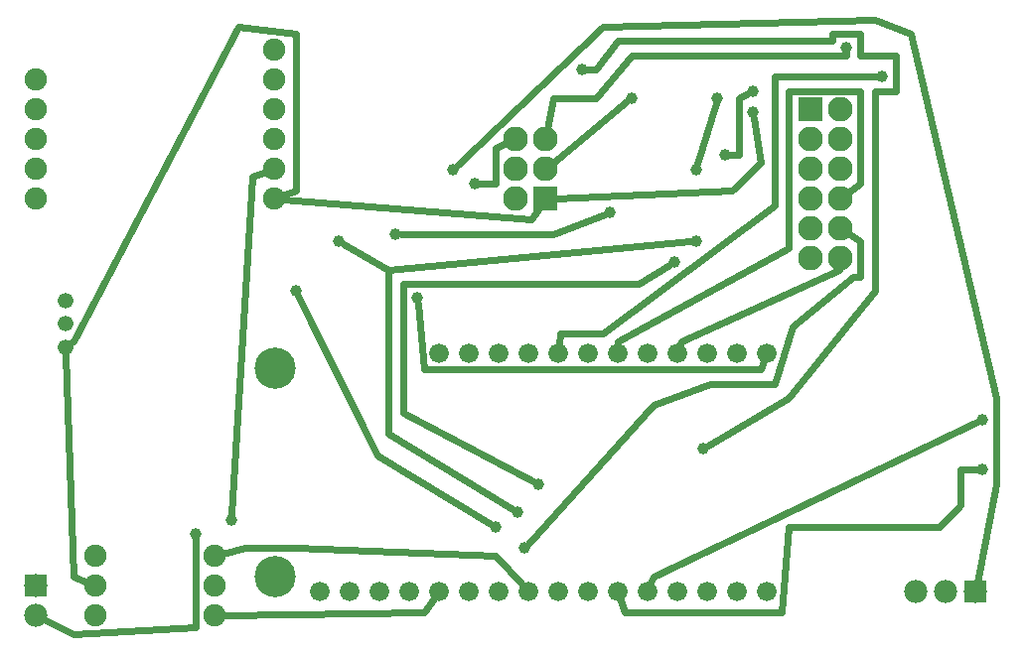
<source format=gtl>
G04 MADE WITH FRITZING*
G04 WWW.FRITZING.ORG*
G04 DOUBLE SIDED*
G04 HOLES PLATED*
G04 CONTOUR ON CENTER OF CONTOUR VECTOR*
%ASAXBY*%
%FSLAX23Y23*%
%MOIN*%
%OFA0B0*%
%SFA1.0B1.0*%
%ADD10C,0.078000*%
%ADD11C,0.083307*%
%ADD12C,0.075000*%
%ADD13C,0.138425*%
%ADD14C,0.066000*%
%ADD15C,0.052139*%
%ADD16C,0.039370*%
%ADD17R,0.078000X0.078000*%
%ADD18R,0.083307X0.083307*%
%ADD19C,0.024000*%
%LNCOPPER1*%
G90*
G70*
G54D10*
X101Y193D03*
X101Y94D03*
G54D11*
X1711Y1494D03*
X1711Y1594D03*
X1711Y1694D03*
X1811Y1494D03*
X1811Y1594D03*
X1811Y1694D03*
X2801Y1794D03*
X2801Y1694D03*
X2801Y1594D03*
X2801Y1494D03*
X2801Y1394D03*
X2801Y1294D03*
X2701Y1794D03*
X2701Y1694D03*
X2701Y1594D03*
X2701Y1494D03*
X2701Y1394D03*
X2701Y1294D03*
G54D12*
X901Y1994D03*
X901Y1894D03*
X901Y1794D03*
X901Y1694D03*
X901Y1594D03*
X901Y1494D03*
X101Y1894D03*
X101Y1794D03*
X101Y1694D03*
X101Y1594D03*
X101Y1494D03*
G54D13*
X904Y925D03*
G54D14*
X2554Y175D03*
X2454Y175D03*
X2354Y175D03*
X2254Y175D03*
X2154Y175D03*
X2054Y175D03*
X1954Y175D03*
X1854Y175D03*
X1754Y175D03*
X1654Y175D03*
X1554Y175D03*
X1454Y175D03*
X1354Y175D03*
X1254Y175D03*
X1154Y175D03*
X1054Y175D03*
X1454Y975D03*
X1554Y975D03*
X1654Y975D03*
X1754Y975D03*
X1854Y975D03*
X1954Y975D03*
X2054Y975D03*
X2154Y975D03*
X2254Y975D03*
X2354Y975D03*
X2454Y975D03*
X2554Y975D03*
G54D13*
X904Y225D03*
G54D12*
X701Y193D03*
X301Y193D03*
X701Y94D03*
X301Y94D03*
G54D10*
X3254Y175D03*
X3154Y175D03*
X3054Y175D03*
G54D15*
X201Y1151D03*
X201Y1072D03*
X201Y993D03*
G54D12*
X301Y293D03*
X701Y293D03*
G54D16*
X2244Y1279D03*
X1788Y535D03*
X1380Y1159D03*
X1572Y1543D03*
X2100Y1831D03*
X1932Y1927D03*
X2340Y655D03*
X2820Y1999D03*
X2940Y1903D03*
X1740Y319D03*
X1500Y1591D03*
X1644Y391D03*
X972Y1183D03*
X2028Y1447D03*
X1308Y1375D03*
X3276Y751D03*
X2508Y1855D03*
X2412Y1639D03*
X3276Y583D03*
X2388Y1831D03*
X2316Y1591D03*
X1116Y1351D03*
X1716Y439D03*
X2316Y1351D03*
X756Y415D03*
X636Y367D03*
X2508Y1783D03*
G54D17*
X101Y193D03*
G54D18*
X1811Y1494D03*
X2701Y1794D03*
G54D17*
X3254Y175D03*
G54D19*
X2797Y1261D02*
X2796Y1255D01*
X2796Y1255D02*
X2268Y1015D01*
X2268Y1015D02*
X2264Y1004D01*
D02*
X1436Y149D02*
X1404Y103D01*
X1404Y103D02*
X729Y94D01*
D02*
X1733Y197D02*
X1644Y295D01*
X1644Y295D02*
X972Y319D01*
X972Y319D02*
X804Y319D01*
X804Y319D02*
X728Y300D01*
D02*
X2827Y1513D02*
X2868Y1543D01*
X2868Y1543D02*
X2868Y1855D01*
X2868Y1855D02*
X2628Y1855D01*
X2628Y1855D02*
X2628Y1327D01*
X2628Y1327D02*
X2052Y1015D01*
X2052Y1015D02*
X2052Y1005D01*
D02*
X2921Y1903D02*
X2580Y1903D01*
X2580Y1903D02*
X2580Y1471D01*
X2580Y1471D02*
X2004Y1039D01*
X2004Y1039D02*
X1860Y1039D01*
X1860Y1039D02*
X1857Y1005D01*
D02*
X1817Y1726D02*
X1836Y1831D01*
X1836Y1831D02*
X1980Y1831D01*
X1980Y1831D02*
X2100Y1975D01*
X2100Y1975D02*
X2820Y1975D01*
X2820Y1975D02*
X2820Y1980D01*
D02*
X128Y80D02*
X228Y31D01*
X228Y31D02*
X636Y55D01*
X636Y55D02*
X636Y348D01*
D02*
X874Y1584D02*
X828Y1567D01*
X828Y1567D02*
X757Y434D01*
D02*
X201Y969D02*
X228Y223D01*
X228Y223D02*
X274Y204D01*
D02*
X928Y1503D02*
X972Y1519D01*
X972Y1519D02*
X972Y2047D01*
X972Y2047D02*
X780Y2071D01*
X780Y2071D02*
X228Y1015D01*
X228Y1015D02*
X220Y1009D01*
D02*
X1793Y1466D02*
X1764Y1423D01*
X1764Y1423D02*
X929Y1491D01*
D02*
X2511Y1764D02*
X2532Y1615D01*
X2532Y1615D02*
X2436Y1519D01*
X2436Y1519D02*
X1843Y1495D01*
D02*
X1681Y1680D02*
X1644Y1663D01*
X1644Y1663D02*
X1644Y1543D01*
X1644Y1543D02*
X1591Y1543D01*
D02*
X1382Y1140D02*
X1404Y919D01*
X1404Y919D02*
X2532Y919D01*
X2532Y919D02*
X2543Y946D01*
D02*
X1753Y333D02*
X2172Y799D01*
X2172Y799D02*
X2364Y871D01*
X2364Y871D02*
X2580Y871D01*
X2580Y871D02*
X2640Y1063D01*
X2640Y1063D02*
X2844Y1231D01*
X2844Y1231D02*
X2868Y1231D01*
X2868Y1231D02*
X2868Y1351D01*
X2868Y1351D02*
X2828Y1376D01*
D02*
X1771Y544D02*
X1332Y775D01*
X1332Y775D02*
X1332Y1207D01*
X1332Y1207D02*
X2124Y1207D01*
X2124Y1207D02*
X2228Y1269D01*
D02*
X2431Y1639D02*
X2460Y1639D01*
X2460Y1639D02*
X2460Y1831D01*
X2460Y1831D02*
X2491Y1846D01*
D02*
X3259Y743D02*
X2172Y223D01*
X2172Y223D02*
X2165Y204D01*
D02*
X1327Y1375D02*
X1836Y1375D01*
X1836Y1375D02*
X2010Y1440D01*
D02*
X2321Y1609D02*
X2383Y1813D01*
D02*
X3257Y583D02*
X3204Y583D01*
X3204Y583D02*
X3204Y463D01*
X3204Y463D02*
X3132Y391D01*
X3132Y391D02*
X2628Y391D01*
X2628Y391D02*
X2604Y103D01*
X2604Y103D02*
X2076Y103D01*
X2076Y103D02*
X2063Y145D01*
D02*
X2297Y1349D02*
X1284Y1255D01*
X1284Y1255D02*
X1284Y703D01*
X1284Y703D02*
X1700Y449D01*
D02*
X1132Y1341D02*
X1284Y1255D01*
D02*
X2356Y664D02*
X2628Y823D01*
X2628Y823D02*
X2916Y1183D01*
X2916Y1183D02*
X2916Y1855D01*
X2916Y1855D02*
X2988Y1855D01*
X2988Y1855D02*
X2988Y1975D01*
X2988Y1975D02*
X2868Y1975D01*
X2868Y1975D02*
X2868Y2047D01*
X2868Y2047D02*
X2772Y2047D01*
X2772Y2047D02*
X2772Y2023D01*
X2772Y2023D02*
X2052Y2023D01*
X2052Y2023D02*
X1980Y1927D01*
X1980Y1927D02*
X1951Y1927D01*
D02*
X2085Y1819D02*
X1836Y1614D01*
D02*
X3260Y204D02*
X3324Y535D01*
X3324Y535D02*
X3324Y823D01*
X3324Y823D02*
X3036Y2047D01*
X3036Y2047D02*
X2916Y2095D01*
X2916Y2095D02*
X2004Y2071D01*
X2004Y2071D02*
X1514Y1604D01*
D02*
X980Y1166D02*
X1248Y631D01*
X1248Y631D02*
X1628Y401D01*
G04 End of Copper1*
M02*
</source>
